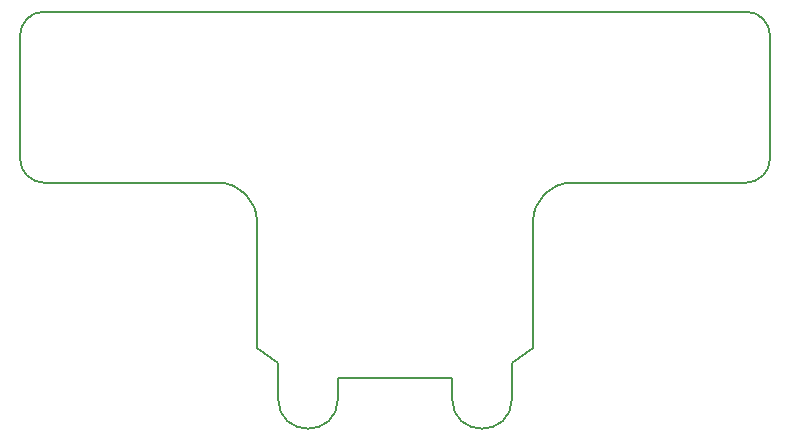
<source format=gbr>
%TF.GenerationSoftware,KiCad,Pcbnew,(5.0.1-3-g963ef8bb5)*%
%TF.CreationDate,2018-11-27T10:46:30+01:00*%
%TF.ProjectId,sensores,73656E736F7265732E6B696361645F70,rev?*%
%TF.SameCoordinates,Original*%
%TF.FileFunction,Profile,NP*%
%FSLAX46Y46*%
G04 Gerber Fmt 4.6, Leading zero omitted, Abs format (unit mm)*
G04 Created by KiCad (PCBNEW (5.0.1-3-g963ef8bb5)) date 2018 November 27, Tuesday 10:46:30*
%MOMM*%
%LPD*%
G01*
G04 APERTURE LIST*
%ADD10C,0.150000*%
%ADD11C,0.200000*%
G04 APERTURE END LIST*
D10*
X134620000Y-95504000D02*
X134620000Y-97282000D01*
X124968000Y-95504000D02*
X124968000Y-97282000D01*
X124968000Y-95504000D02*
X134620000Y-95504000D01*
X139700000Y-97282000D02*
G75*
G02X134620000Y-97282000I-2540000J0D01*
G01*
X124968000Y-97282000D02*
G75*
G02X119888000Y-97282000I-2540000J0D01*
G01*
X141478000Y-82296000D02*
X141478000Y-92964000D01*
X118110000Y-82296000D02*
X118110000Y-92964000D01*
X100076000Y-78994000D02*
X114808000Y-78994000D01*
X98044000Y-66548000D02*
X98044000Y-76962000D01*
X159512000Y-64516000D02*
X100076000Y-64516000D01*
X161544000Y-76962000D02*
X161544000Y-66548000D01*
X144780000Y-78994000D02*
X159512000Y-78994000D01*
D11*
X141478000Y-82296000D02*
G75*
G02X144780000Y-78994000I3302000J0D01*
G01*
X114808000Y-78994000D02*
G75*
G02X118110000Y-82296000I0J-3302000D01*
G01*
X100076000Y-78994000D02*
G75*
G02X98044000Y-76962000I0J2032000D01*
G01*
X161544000Y-76962000D02*
G75*
G02X159512000Y-78994000I-2032000J0D01*
G01*
D10*
X159512000Y-64516000D02*
G75*
G02X161544000Y-66548000I0J-2032000D01*
G01*
X98044000Y-66548000D02*
G75*
G02X100076000Y-64516000I2032000J0D01*
G01*
X118110000Y-92964000D02*
X119888000Y-94234000D01*
X139700000Y-94234000D02*
X141478000Y-92964000D01*
X139700000Y-94234000D02*
X139700000Y-97282000D01*
X119888000Y-94234000D02*
X119888000Y-97282000D01*
M02*

</source>
